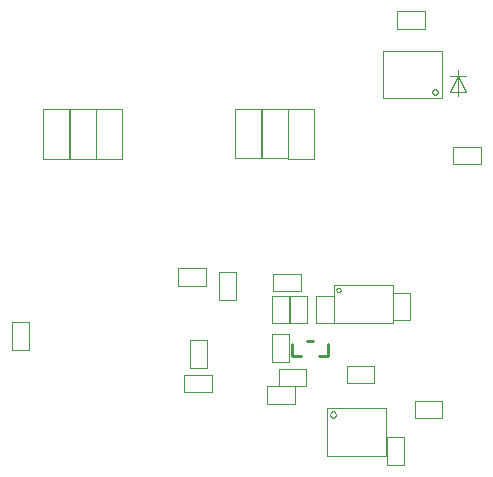
<source format=gbs>
G04*
G04  File:            STEP_DIMA1A.GBS, Thu Jun 24 12:16:09 2021*
G04  Source:          P-CAD 2004 PCB, Version 18.04.615, (D:\proj\velograph\snail\pcb\step_dima1a.pcb)*
G04  Format:          Gerber Format (RS-274-D), ASCII*
G04*
G04  Format Options:  Absolute Positioning*
G04                   Leading-Zero Suppression*
G04                   Scale Factor 1:1*
G04                   NO Circular Interpolation*
G04                   Millimeter Units*
G04                   Numeric Format: 5.3 (XXXXX.XXX)*
G04                   G54 NOT Used for Aperture Change*
G04                   Apertures Embedded*
G04*
G04  File Options:    Offset = (0.000mm,0.000mm)*
G04                   Drill Symbol Size = 0.000mm*
G04                   No Pad/Via Holes*
G04*
G04  File Contents:   No Pads*
G04                   No Vias*
G04                   Designators*
G04                   No Types*
G04                   No Values*
G04                   No Drill Symbols*
G04                   Bot Silk*
G04*
%INSTEP_DIMA1A.GBS*%
%ICAS*%
%MOMM*%
G04*
G04  Aperture MACROs for general use --- invoked via D-code assignment *
G04*
G04  General MACRO for flashed round with rotation and/or offset hole *
%AMROTOFFROUND*
1,1,$1,0.0000,0.0000*
1,0,$2,$3,$4*%
G04*
G04  General MACRO for flashed oval (obround) with rotation and/or offset hole *
%AMROTOFFOVAL*
21,1,$1,$2,0.0000,0.0000,$3*
1,1,$4,$5,$6*
1,1,$4,0-$5,0-$6*
1,0,$7,$8,$9*%
G04*
G04  General MACRO for flashed oval (obround) with rotation and no hole *
%AMROTOVALNOHOLE*
21,1,$1,$2,0.0000,0.0000,$3*
1,1,$4,$5,$6*
1,1,$4,0-$5,0-$6*%
G04*
G04  General MACRO for flashed rectangle with rotation and/or offset hole *
%AMROTOFFRECT*
21,1,$1,$2,0.0000,0.0000,$3*
1,0,$4,$5,$6*%
G04*
G04  General MACRO for flashed rectangle with rotation and no hole *
%AMROTRECTNOHOLE*
21,1,$1,$2,0.0000,0.0000,$3*%
G04*
G04  General MACRO for flashed rounded-rectangle *
%AMROUNDRECT*
21,1,$1,$2-$4,0.0000,0.0000,$3*
21,1,$1-$4,$2,0.0000,0.0000,$3*
1,1,$4,$5,$6*
1,1,$4,$7,$8*
1,1,$4,0-$5,0-$6*
1,1,$4,0-$7,0-$8*
1,0,$9,$10,$11*%
G04*
G04  General MACRO for flashed rounded-rectangle with rotation and no hole *
%AMROUNDRECTNOHOLE*
21,1,$1,$2-$4,0.0000,0.0000,$3*
21,1,$1-$4,$2,0.0000,0.0000,$3*
1,1,$4,$5,$6*
1,1,$4,$7,$8*
1,1,$4,0-$5,0-$6*
1,1,$4,0-$7,0-$8*%
G04*
G04  General MACRO for flashed regular polygon *
%AMREGPOLY*
5,1,$1,0.0000,0.0000,$2,$3+$4*
1,0,$5,$6,$7*%
G04*
G04  General MACRO for flashed regular polygon with no hole *
%AMREGPOLYNOHOLE*
5,1,$1,0.0000,0.0000,$2,$3+$4*%
G04*
G04  General MACRO for target *
%AMTARGET*
6,0,0,$1,$2,$3,4,$4,$5,$6*%
G04*
G04  General MACRO for mounting hole *
%AMMTHOLE*
1,1,$1,0,0*
1,0,$2,0,0*
$1=$1-$2*
$1=$1/2*
21,1,$2+$1,$3,0,0,$4*
21,1,$3,$2+$1,0,0,$4*%
G04*
G04*
G04  D10 : "Ellipse X0.254mm Y0.254mm H0.000mm 0.0deg (0.000mm,0.000mm) Draw"*
G04  Disc: OuterDia=0.2540*
%ADD10C, 0.2540*%
G04  D11 : "Ellipse X0.025mm Y0.025mm H0.000mm 0.0deg (0.000mm,0.000mm) Draw"*
G04  Disc: OuterDia=0.0254*
%ADD11C, 0.0254*%
G04  D12 : "Ellipse X0.300mm Y0.300mm H0.000mm 0.0deg (0.000mm,0.000mm) Draw"*
G04  Disc: OuterDia=0.3000*
%ADD12C, 0.3000*%
G04  D13 : "Ellipse X0.305mm Y0.305mm H0.000mm 0.0deg (0.000mm,0.000mm) Draw"*
G04  Disc: OuterDia=0.3048*
%ADD13C, 0.3048*%
G04  D14 : "Ellipse X0.310mm Y0.310mm H0.000mm 0.0deg (0.000mm,0.000mm) Draw"*
G04  Disc: OuterDia=0.3100*
%ADD14C, 0.3100*%
G04  D15 : "Ellipse X0.350mm Y0.350mm H0.000mm 0.0deg (0.000mm,0.000mm) Draw"*
G04  Disc: OuterDia=0.3500*
%ADD15C, 0.3500*%
G04  D16 : "Ellipse X0.381mm Y0.381mm H0.000mm 0.0deg (0.000mm,0.000mm) Draw"*
G04  Disc: OuterDia=0.3810*
%ADD16C, 0.3810*%
G04  D17 : "Ellipse X0.500mm Y0.500mm H0.000mm 0.0deg (0.000mm,0.000mm) Draw"*
G04  Disc: OuterDia=0.5000*
%ADD17C, 0.5000*%
G04  D18 : "Ellipse X0.064mm Y0.064mm H0.000mm 0.0deg (0.000mm,0.000mm) Draw"*
G04  Disc: OuterDia=0.0635*
%ADD18C, 0.0635*%
G04  D19 : "Ellipse X0.635mm Y0.635mm H0.000mm 0.0deg (0.000mm,0.000mm) Draw"*
G04  Disc: OuterDia=0.6350*
%ADD19C, 0.6350*%
G04  D20 : "Ellipse X0.700mm Y0.700mm H0.000mm 0.0deg (0.000mm,0.000mm) Draw"*
G04  Disc: OuterDia=0.7000*
%ADD20C, 0.7000*%
G04  D21 : "Ellipse X0.076mm Y0.076mm H0.000mm 0.0deg (0.000mm,0.000mm) Draw"*
G04  Disc: OuterDia=0.0762*
%ADD21C, 0.0762*%
G04  D22 : "Ellipse X0.100mm Y0.100mm H0.000mm 0.0deg (0.000mm,0.000mm) Draw"*
G04  Disc: OuterDia=0.1000*
%ADD22C, 0.1000*%
G04  D23 : "Ellipse X1.000mm Y1.000mm H0.000mm 0.0deg (0.000mm,0.000mm) Draw"*
G04  Disc: OuterDia=1.0000*
%ADD23C, 1.0000*%
G04  D24 : "Ellipse X0.102mm Y0.102mm H0.000mm 0.0deg (0.000mm,0.000mm) Draw"*
G04  Disc: OuterDia=0.1016*
%ADD24C, 0.1016*%
G04  D25 : "Ellipse X0.127mm Y0.127mm H0.000mm 0.0deg (0.000mm,0.000mm) Draw"*
G04  Disc: OuterDia=0.1270*
%ADD25C, 0.1270*%
G04  D26 : "Ellipse X1.300mm Y1.300mm H0.000mm 0.0deg (0.000mm,0.000mm) Draw"*
G04  Disc: OuterDia=1.3000*
%ADD26C, 1.3000*%
G04  D27 : "Ellipse X1.500mm Y1.500mm H0.000mm 0.0deg (0.000mm,0.000mm) Draw"*
G04  Disc: OuterDia=1.5000*
%ADD27C, 1.5000*%
G04  D28 : "Ellipse X0.200mm Y0.200mm H0.000mm 0.0deg (0.000mm,0.000mm) Draw"*
G04  Disc: OuterDia=0.2000*
%ADD28C, 0.2000*%
G04  D29 : "Ellipse X2.000mm Y2.000mm H0.000mm 0.0deg (0.000mm,0.000mm) Draw"*
G04  Disc: OuterDia=2.0000*
%ADD29C, 2.0000*%
G04  D30 : "Ellipse X0.203mm Y0.203mm H0.000mm 0.0deg (0.000mm,0.000mm) Draw"*
G04  Disc: OuterDia=0.2032*
%ADD30C, 0.2032*%
G04  D31 : "Ellipse X0.250mm Y0.250mm H0.000mm 0.0deg (0.000mm,0.000mm) Draw"*
G04  Disc: OuterDia=0.2500*
%ADD31C, 0.2500*%
G04  D32 : "Ellipse X2.602mm Y2.602mm H0.000mm 0.0deg (0.000mm,0.000mm) Flash"*
G04  Disc: OuterDia=2.6020*
%ADD32C, 2.6020*%
G04  D33 : "Ellipse X3.602mm Y3.602mm H0.000mm 0.0deg (0.000mm,0.000mm) Flash"*
G04  Disc: OuterDia=3.6020*
%ADD33C, 3.6020*%
G04  D34 : "Ellipse X1.270mm Y1.270mm H0.000mm 0.0deg (0.000mm,0.000mm) Flash"*
G04  Disc: OuterDia=1.2700*
%ADD34C, 1.2700*%
G04  D35 : "Ellipse X1.372mm Y1.372mm H0.000mm 0.0deg (0.000mm,0.000mm) Flash"*
G04  Disc: OuterDia=1.3720*
%ADD35C, 1.3720*%
G04  D36 : "Ellipse X1.400mm Y1.400mm H0.000mm 0.0deg (0.000mm,0.000mm) Flash"*
G04  Disc: OuterDia=1.4000*
%ADD36C, 1.4000*%
G04  D37 : "Ellipse X1.502mm Y1.502mm H0.000mm 0.0deg (0.000mm,0.000mm) Flash"*
G04  Disc: OuterDia=1.5020*
%ADD37C, 1.5020*%
G04  D38 : "Ellipse X1.600mm Y1.600mm H0.000mm 0.0deg (0.000mm,0.000mm) Flash"*
G04  Disc: OuterDia=1.6000*
%ADD38C, 1.6000*%
G04  D39 : "Ellipse X1.702mm Y1.702mm H0.000mm 0.0deg (0.000mm,0.000mm) Flash"*
G04  Disc: OuterDia=1.7020*
%ADD39C, 1.7020*%
G04  D40 : "Ellipse X1.800mm Y1.800mm H0.000mm 0.0deg (0.000mm,0.000mm) Flash"*
G04  Disc: OuterDia=1.8000*
%ADD40C, 1.8000*%
G04  D41 : "Ellipse X1.902mm Y1.902mm H0.000mm 0.0deg (0.000mm,0.000mm) Flash"*
G04  Disc: OuterDia=1.9020*
%ADD41C, 1.9020*%
G04  D42 : "Ellipse X2.500mm Y2.500mm H0.000mm 0.0deg (0.000mm,0.000mm) Flash"*
G04  Disc: OuterDia=2.5000*
%ADD42C, 2.5000*%
G04  D43 : "Mounting Hole X3.500mm Y3.500mm H0.000mm 0.0deg (0.000mm,0.000mm) Flash"*
G04  Mounting Hole: Diameter=3.5000, Rotation=0.0, LineWidth=0.1270 *
%ADD43MTHOLE, 3.5000 X2.9920 X0.1270 X0.0*%
G04  D44 : "Rectangle X0.300mm Y1.500mm H0.000mm 0.0deg (0.000mm,0.000mm) Flash"*
G04  Rectangular: DimX=0.3000, DimY=1.5000, Rotation=0.0, OffsetX=0.0000, OffsetY=0.0000, HoleDia=0.0000 *
%ADD44R, 0.3000 X1.5000*%
G04  D45 : "Rectangle X1.500mm Y0.300mm H0.000mm 0.0deg (0.000mm,0.000mm) Flash"*
G04  Rectangular: DimX=1.5000, DimY=0.3000, Rotation=0.0, OffsetX=0.0000, OffsetY=0.0000, HoleDia=0.0000 *
%ADD45R, 1.5000 X0.3000*%
G04  D46 : "Rectangle X4.600mm Y2.800mm H0.000mm 0.0deg (0.000mm,0.000mm) Flash"*
G04  Rectangular: DimX=4.6000, DimY=2.8000, Rotation=0.0, OffsetX=0.0000, OffsetY=0.0000, HoleDia=0.0000 *
%ADD46R, 4.6000 X2.8000*%
G04  D47 : "Rectangle X4.700mm Y2.900mm H0.000mm 0.0deg (0.000mm,0.000mm) Flash"*
G04  Rectangular: DimX=4.7000, DimY=2.9000, Rotation=0.0, OffsetX=0.0000, OffsetY=0.0000, HoleDia=0.0000 *
%ADD47R, 4.7000 X2.9000*%
G04  D48 : "Rectangle X4.800mm Y3.000mm H0.000mm 0.0deg (0.000mm,0.000mm) Flash"*
G04  Rectangular: DimX=4.8000, DimY=3.0000, Rotation=0.0, OffsetX=0.0000, OffsetY=0.0000, HoleDia=0.0000 *
%ADD48R, 4.8000 X3.0000*%
G04  D49 : "Rectangle X7.500mm Y3.000mm H0.000mm 0.0deg (0.000mm,0.000mm) Flash"*
G04  Rectangular: DimX=7.5000, DimY=3.0000, Rotation=0.0, OffsetX=0.0000, OffsetY=0.0000, HoleDia=0.0000 *
%ADD49R, 7.5000 X3.0000*%
G04  D50 : "Rectangle X7.602mm Y3.102mm H0.000mm 0.0deg (0.000mm,0.000mm) Flash"*
G04  Rectangular: DimX=7.6020, DimY=3.1020, Rotation=0.0, OffsetX=0.0000, OffsetY=0.0000, HoleDia=0.0000 *
%ADD50R, 7.6020 X3.1020*%
G04  D51 : "Rectangle X1.400mm Y3.500mm H0.000mm 0.0deg (0.000mm,0.000mm) Flash"*
G04  Rectangular: DimX=1.4000, DimY=3.5000, Rotation=0.0, OffsetX=0.0000, OffsetY=0.0000, HoleDia=0.0000 *
%ADD51R, 1.4000 X3.5000*%
G04  D52 : "Rectangle X1.502mm Y3.602mm H0.000mm 0.0deg (0.000mm,0.000mm) Flash"*
G04  Rectangular: DimX=1.5020, DimY=3.6020, Rotation=0.0, OffsetX=0.0000, OffsetY=0.0000, HoleDia=0.0000 *
%ADD52R, 1.5020 X3.6020*%
G04  D53 : "Rectangle X0.402mm Y1.602mm H0.000mm 0.0deg (0.000mm,0.000mm) Flash"*
G04  Rectangular: DimX=0.4020, DimY=1.6020, Rotation=0.0, OffsetX=0.0000, OffsetY=0.0000, HoleDia=0.0000 *
%ADD53R, 0.4020 X1.6020*%
G04  D54 : "Rectangle X1.602mm Y0.402mm H0.000mm 0.0deg (0.000mm,0.000mm) Flash"*
G04  Rectangular: DimX=1.6020, DimY=0.4020, Rotation=0.0, OffsetX=0.0000, OffsetY=0.0000, HoleDia=0.0000 *
%ADD54R, 1.6020 X0.4020*%
G04  D55 : "Rectangle X5.080mm Y5.080mm H0.000mm 0.0deg (0.000mm,0.000mm) Flash"*
G04  Square: Side=5.0800, Rotation=0.0, OffsetX=0.0000, OffsetY=0.0000, HoleDia=0.0000*
%ADD55R, 5.0800 X5.0800*%
G04  D56 : "Rectangle X5.182mm Y5.182mm H0.000mm 0.0deg (0.000mm,0.000mm) Flash"*
G04  Square: Side=5.1820, Rotation=0.0, OffsetX=0.0000, OffsetY=0.0000, HoleDia=0.0000*
%ADD56R, 5.1820 X5.1820*%
G04  D57 : "Rectangle X0.600mm Y0.900mm H0.000mm 0.0deg (0.000mm,0.000mm) Flash"*
G04  Rectangular: DimX=0.6000, DimY=0.9000, Rotation=0.0, OffsetX=0.0000, OffsetY=0.0000, HoleDia=0.0000 *
%ADD57R, 0.6000 X0.9000*%
G04  D58 : "Rectangle X0.900mm Y0.600mm H0.000mm 0.0deg (0.000mm,0.000mm) Flash"*
G04  Rectangular: DimX=0.9000, DimY=0.6000, Rotation=0.0, OffsetX=0.0000, OffsetY=0.0000, HoleDia=0.0000 *
%ADD58R, 0.9000 X0.6000*%
G04  D59 : "Rectangle X0.650mm Y1.310mm H0.000mm 0.0deg (0.000mm,0.000mm) Flash"*
G04  Rectangular: DimX=0.6500, DimY=1.3100, Rotation=0.0, OffsetX=0.0000, OffsetY=0.0000, HoleDia=0.0000 *
%ADD59R, 0.6500 X1.3100*%
G04  D60 : "Rectangle X0.702mm Y1.002mm H0.000mm 0.0deg (0.000mm,0.000mm) Flash"*
G04  Rectangular: DimX=0.7020, DimY=1.0020, Rotation=0.0, OffsetX=0.0000, OffsetY=0.0000, HoleDia=0.0000 *
%ADD60R, 0.7020 X1.0020*%
G04  D61 : "Rectangle X1.002mm Y0.702mm H0.000mm 0.0deg (0.000mm,0.000mm) Flash"*
G04  Rectangular: DimX=1.0020, DimY=0.7020, Rotation=0.0, OffsetX=0.0000, OffsetY=0.0000, HoleDia=0.0000 *
%ADD61R, 1.0020 X0.7020*%
G04  D62 : "Rectangle X0.752mm Y1.412mm H0.000mm 0.0deg (0.000mm,0.000mm) Flash"*
G04  Rectangular: DimX=0.7520, DimY=1.4120, Rotation=0.0, OffsetX=0.0000, OffsetY=0.0000, HoleDia=0.0000 *
%ADD62R, 0.7520 X1.4120*%
G04  D63 : "Rectangle X1.220mm Y0.910mm H0.000mm 0.0deg (0.000mm,0.000mm) Flash"*
G04  Rectangular: DimX=1.2200, DimY=0.9100, Rotation=0.0, OffsetX=0.0000, OffsetY=0.0000, HoleDia=0.0000 *
%ADD63R, 1.2200 X0.9100*%
G04  D64 : "Rectangle X0.950mm Y1.100mm H0.000mm 0.0deg (0.000mm,0.000mm) Flash"*
G04  Rectangular: DimX=0.9500, DimY=1.1000, Rotation=0.0, OffsetX=0.0000, OffsetY=0.0000, HoleDia=0.0000 *
%ADD64R, 0.9500 X1.1000*%
G04  D65 : "Rectangle X1.322mm Y1.012mm H0.000mm 0.0deg (0.000mm,0.000mm) Flash"*
G04  Rectangular: DimX=1.3220, DimY=1.0120, Rotation=0.0, OffsetX=0.0000, OffsetY=0.0000, HoleDia=0.0000 *
%ADD65R, 1.3220 X1.0120*%
G04  D66 : "Rectangle X1.052mm Y1.202mm H0.000mm 0.0deg (0.000mm,0.000mm) Flash"*
G04  Rectangular: DimX=1.0520, DimY=1.2020, Rotation=0.0, OffsetX=0.0000, OffsetY=0.0000, HoleDia=0.0000 *
%ADD66R, 1.0520 X1.2020*%
G04  D67 : "Rectangle X1.600mm Y1.100mm H0.000mm 0.0deg (0.000mm,0.000mm) Flash"*
G04  Rectangular: DimX=1.6000, DimY=1.1000, Rotation=0.0, OffsetX=0.0000, OffsetY=0.0000, HoleDia=0.0000 *
%ADD67R, 1.6000 X1.1000*%
G04  D68 : "Rectangle X1.400mm Y1.200mm H0.000mm 0.0deg (0.000mm,0.000mm) Flash"*
G04  Rectangular: DimX=1.4000, DimY=1.2000, Rotation=0.0, OffsetX=0.0000, OffsetY=0.0000, HoleDia=0.0000 *
%ADD68R, 1.4000 X1.2000*%
G04  D69 : "Rectangle X1.702mm Y1.202mm H0.000mm 0.0deg (0.000mm,0.000mm) Flash"*
G04  Rectangular: DimX=1.7020, DimY=1.2020, Rotation=0.0, OffsetX=0.0000, OffsetY=0.0000, HoleDia=0.0000 *
%ADD69R, 1.7020 X1.2020*%
G04  D70 : "Rectangle X1.502mm Y1.302mm H0.000mm 0.0deg (0.000mm,0.000mm) Flash"*
G04  Rectangular: DimX=1.5020, DimY=1.3020, Rotation=0.0, OffsetX=0.0000, OffsetY=0.0000, HoleDia=0.0000 *
%ADD70R, 1.5020 X1.3020*%
G04  D71 : "Rectangle X1.500mm Y1.800mm H0.000mm 0.0deg (0.000mm,0.000mm) Flash"*
G04  Rectangular: DimX=1.5000, DimY=1.8000, Rotation=0.0, OffsetX=0.0000, OffsetY=0.0000, HoleDia=0.0000 *
%ADD71R, 1.5000 X1.8000*%
G04  D72 : "Rectangle X1.800mm Y1.500mm H0.000mm 0.0deg (0.000mm,0.000mm) Flash"*
G04  Rectangular: DimX=1.8000, DimY=1.5000, Rotation=0.0, OffsetX=0.0000, OffsetY=0.0000, HoleDia=0.0000 *
%ADD72R, 1.8000 X1.5000*%
G04  D73 : "Rectangle X1.600mm Y1.350mm H0.000mm 0.0deg (0.000mm,0.000mm) Flash"*
G04  Rectangular: DimX=1.6000, DimY=1.3500, Rotation=0.0, OffsetX=0.0000, OffsetY=0.0000, HoleDia=0.0000 *
%ADD73R, 1.6000 X1.3500*%
G04  D74 : "Rectangle X1.602mm Y1.902mm H0.000mm 0.0deg (0.000mm,0.000mm) Flash"*
G04  Rectangular: DimX=1.6020, DimY=1.9020, Rotation=0.0, OffsetX=0.0000, OffsetY=0.0000, HoleDia=0.0000 *
%ADD74R, 1.6020 X1.9020*%
G04  D75 : "Rectangle X1.902mm Y1.602mm H0.000mm 0.0deg (0.000mm,0.000mm) Flash"*
G04  Rectangular: DimX=1.9020, DimY=1.6020, Rotation=0.0, OffsetX=0.0000, OffsetY=0.0000, HoleDia=0.0000 *
%ADD75R, 1.9020 X1.6020*%
G04  D76 : "Rectangle X1.702mm Y1.452mm H0.000mm 0.0deg (0.000mm,0.000mm) Flash"*
G04  Rectangular: DimX=1.7020, DimY=1.4520, Rotation=0.0, OffsetX=0.0000, OffsetY=0.0000, HoleDia=0.0000 *
%ADD76R, 1.7020 X1.4520*%
G04  D77 : "Rectangle X1.778mm Y3.175mm H0.000mm 0.0deg (0.000mm,0.000mm) Flash"*
G04  Rectangular: DimX=1.7780, DimY=3.1750, Rotation=0.0, OffsetX=0.0000, OffsetY=0.0000, HoleDia=0.0000 *
%ADD77R, 1.7780 X3.1750*%
G04  D78 : "Rectangle X1.800mm Y1.800mm H0.000mm 0.0deg (0.000mm,0.000mm) Flash"*
G04  Square: Side=1.8000, Rotation=0.0, OffsetX=0.0000, OffsetY=0.0000, HoleDia=0.0000*
%ADD78R, 1.8000 X1.8000*%
G04  D79 : "Rectangle X1.880mm Y3.277mm H0.000mm 0.0deg (0.000mm,0.000mm) Flash"*
G04  Rectangular: DimX=1.8800, DimY=3.2770, Rotation=0.0, OffsetX=0.0000, OffsetY=0.0000, HoleDia=0.0000 *
%ADD79R, 1.8800 X3.2770*%
G04  D80 : "Rectangle X0.200mm Y1.900mm H0.000mm 0.0deg (0.000mm,0.000mm) Flash"*
G04  Rectangular: DimX=0.2000, DimY=1.9000, Rotation=0.0, OffsetX=0.0000, OffsetY=0.0000, HoleDia=0.0000 *
%ADD80R, 0.2000 X1.9000*%
G04  D81 : "Rectangle X1.902mm Y1.902mm H0.000mm 0.0deg (0.000mm,0.000mm) Flash"*
G04  Square: Side=1.9020, Rotation=0.0, OffsetX=0.0000, OffsetY=0.0000, HoleDia=0.0000*
%ADD81R, 1.9020 X1.9020*%
G04  D82 : "Rectangle X0.300mm Y2.000mm H0.000mm 0.0deg (0.000mm,0.000mm) Flash"*
G04  Rectangular: DimX=0.3000, DimY=2.0000, Rotation=0.0, OffsetX=0.0000, OffsetY=0.0000, HoleDia=0.0000 *
%ADD82R, 0.3000 X2.0000*%
G04  D83 : "Rectangle X2.000mm Y4.000mm H0.000mm 0.0deg (0.000mm,0.000mm) Flash"*
G04  Rectangular: DimX=2.0000, DimY=4.0000, Rotation=0.0, OffsetX=0.0000, OffsetY=0.0000, HoleDia=0.0000 *
%ADD83R, 2.0000 X4.0000*%
G04  D84 : "Rectangle X4.000mm Y2.000mm H0.000mm 0.0deg (0.000mm,0.000mm) Flash"*
G04  Rectangular: DimX=4.0000, DimY=2.0000, Rotation=0.0, OffsetX=0.0000, OffsetY=0.0000, HoleDia=0.0000 *
%ADD84R, 4.0000 X2.0000*%
G04  D85 : "Rectangle X0.400mm Y2.100mm H0.000mm 0.0deg (0.000mm,0.000mm) Flash"*
G04  Rectangular: DimX=0.4000, DimY=2.1000, Rotation=0.0, OffsetX=0.0000, OffsetY=0.0000, HoleDia=0.0000 *
%ADD85R, 0.4000 X2.1000*%
G04  D86 : "Rectangle X2.102mm Y4.102mm H0.000mm 0.0deg (0.000mm,0.000mm) Flash"*
G04  Rectangular: DimX=2.1020, DimY=4.1020, Rotation=0.0, OffsetX=0.0000, OffsetY=0.0000, HoleDia=0.0000 *
%ADD86R, 2.1020 X4.1020*%
G04  D87 : "Rectangle X4.102mm Y2.102mm H0.000mm 0.0deg (0.000mm,0.000mm) Flash"*
G04  Rectangular: DimX=4.1020, DimY=2.1020, Rotation=0.0, OffsetX=0.0000, OffsetY=0.0000, HoleDia=0.0000 *
%ADD87R, 4.1020 X2.1020*%
G04  D88 : "Ellipse X0.600mm Y0.600mm H0.000mm 0.0deg (0.000mm,0.000mm) Flash"*
G04  Disc: OuterDia=0.6000*
%ADD88C, 0.6000*%
G04  D89 : "Ellipse X0.702mm Y0.702mm H0.000mm 0.0deg (0.000mm,0.000mm) Flash"*
G04  Disc: OuterDia=0.7020*
%ADD89C, 0.7020*%
G04*
%FSLAX53Y53*%
%SFA1B1*%
%OFA0.000B0.000*%
G04*
G71*
G90*
G01*
D2*
%LNBot Silk*%
%LPD*%
D22*
X399475Y387675*
X398025D1*
Y385325D2*
X399475D1*
Y387675*
X398025D2*
Y385325D1*
D2*
D18*
D22*
X399925Y383275*
Y384725D1*
X397575D2*
Y383275D1*
X399925*
Y384725D2*
X397575D1*
X400525Y391075D2*
X401975D1*
Y393425D2*
X400525D1*
Y391075*
X401975D2*
Y393425D1*
X407925Y383775D2*
Y385225D1*
X405575D2*
Y383775D1*
X407925*
Y385225D2*
X405575D1*
X407425Y391775D2*
Y393225D1*
X405075D2*
Y391775D1*
X407425*
Y393225D2*
X405075D1*
X410225Y391425D2*
X408775D1*
Y389075D2*
X410225D1*
Y391425*
X408775D2*
Y389075D1*
X407975Y391425D2*
X406525D1*
Y389075D2*
X407975D1*
Y391425*
X406525D2*
Y389075D1*
X406475Y391425D2*
X405025D1*
Y389075D2*
X406475D1*
Y391425*
X405025D2*
Y389075D1*
X414775Y377075D2*
X416225D1*
Y379425D2*
X414775D1*
Y377075*
X416225D2*
Y379425D1*
X416725Y391675D2*
X415275D1*
Y389325D2*
X416725D1*
Y391675*
X415275D2*
Y389325D1*
X415575Y415475D2*
Y414025D1*
X417925D2*
Y415475D1*
X415575*
Y414025D2*
X417925D1*
X383025Y386825D2*
X384475D1*
Y389175D2*
X383025D1*
Y386825*
X384475D2*
Y389175D1*
X385650Y407190D2*
X387850D1*
Y402990D2*
X385650D1*
X387850Y407190D2*
Y402990D1*
X385650D2*
Y407190D1*
X390150D2*
X392350D1*
Y402990D2*
X390150D1*
X392350Y407190D2*
Y402990D1*
X390150D2*
Y407190D1*
X406475Y388175D2*
X405025D1*
Y385825D2*
X406475D1*
Y388175*
X405025D2*
Y385825D1*
D2*
D18*
D10*
X406742Y386272*
X407504D1*
X406742Y387288D2*
Y386272D1*
X409028D2*
X409790D1*
Y387288D2*
Y386272D1*
X408012Y387542D2*
X408520D1*
D2*
D22*
X406350Y403060*
X404150D1*
Y407260D2*
X406350D1*
X404150Y403060D2*
Y407260D1*
X406350D2*
Y403060D1*
X406400Y407190D2*
X408600D1*
Y402990D2*
X406400D1*
X408600Y407190D2*
Y402990D1*
X406400D2*
Y407190D1*
X422675Y402525D2*
Y403975D1*
X420325D2*
Y402525D1*
X422675*
Y403975D2*
X420325D1*
X421450Y408700D2*
X420050D1*
X420750Y410000*
X421450Y408700*
Y410000D2*
X420050D1*
X420750Y408300D2*
Y410500D1*
X397075Y393725D2*
Y392275D1*
X399425D2*
Y393725D1*
X397075*
Y392275D2*
X399425D1*
X411325Y385475D2*
Y384025D1*
X413675D2*
Y385475D1*
X411325*
Y384025D2*
X413675D1*
X404575Y383725D2*
Y382275D1*
X406925D2*
Y383725D1*
X404575*
Y382275D2*
X406925D1*
X410250Y392300D2*
X415250D1*
X410800Y392050D2*
X410595Y392104D1*
X410445Y391954*
X410500Y391750*
X410704Y391695*
X410854Y391845*
X410800Y392050*
X415250Y389100D2*
X410250D1*
Y392300*
X415250D2*
Y389100D1*
X387900Y407190D2*
X390100D1*
Y402990D2*
X387900D1*
X390100Y407190D2*
Y402990D1*
X387900D2*
Y407190D1*
X417075Y382475D2*
Y381025D1*
X419425D2*
Y382475D1*
X417075*
Y381025D2*
X419425D1*
X409630Y377880D2*
Y381880D1*
X409980Y381130D2*
X410180Y381047D1*
X410380Y381130*
X410462Y381330*
X410380Y381530*
X410180Y381612*
X409980Y381530*
X409897Y381330*
X409980Y381130*
X414630Y381880D2*
Y377880D1*
X409630Y381880D2*
X414630D1*
Y377880D2*
X409630D1*
X404100Y403060D2*
X401900D1*
Y407260D2*
X404100D1*
X401900Y403060D2*
Y407260D1*
X404100D2*
Y403060D1*
X419370Y412120D2*
Y408120D1*
X419020Y408870D2*
X418820Y408952D1*
X418620Y408870*
X418537Y408670*
X418620Y408470*
X418820Y408387*
X419020Y408470*
X419102Y408670*
X419020Y408870*
X414370Y408120D2*
Y412120D1*
X419370Y408120D2*
X414370D1*
Y412120D2*
X419370D1*
D02M02*

</source>
